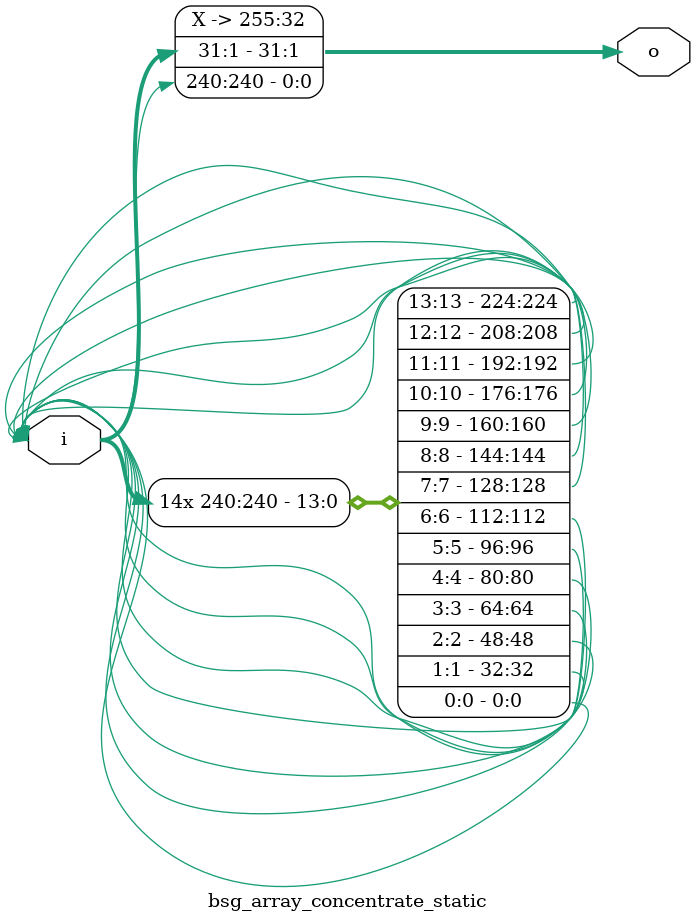
<source format=v>

/* Generated by Yosys 0.27+9 (git sha1 101d19bb6, gcc 11.2.0-7ubuntu2 -fPIC -Os) */

(* top =  1  *)

module bsg_array_concentrate_static(i, o);
  
  input [1023:0] i;
  wire [1023:0] i;
  
  output [255:0] o;
  wire [255:0] o;
  assign { i[224], i[208], i[192], i[176], i[160], i[144], i[128], i[112], i[96], i[80], i[64], i[48], i[32], i[0] } = { i[240], i[240], i[240], i[240], i[240], i[240], i[240], i[240], i[240], i[240], i[240], i[240], i[240], i[240] };
  assign o = { 224'hxxxxxxxxxxxxxxxxxxxxxxxxxxxxxxxxxxxxxxxxxxxxxxxxxxxxxxxx, i[31:1], i[240] };
endmodule


</source>
